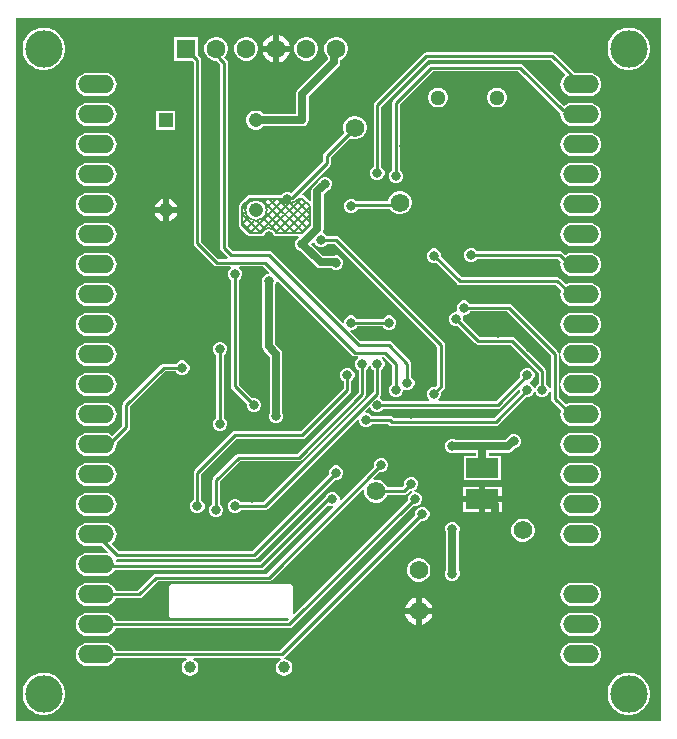
<source format=gbl>
G04*
G04 #@! TF.GenerationSoftware,Altium Limited,Altium Designer,23.2.1 (34)*
G04*
G04 Layer_Physical_Order=2*
G04 Layer_Color=16711680*
%FSLAX25Y25*%
%MOIN*%
G70*
G04*
G04 #@! TF.SameCoordinates,B2F2E879-4ADF-417A-83DA-379EB80E5566*
G04*
G04*
G04 #@! TF.FilePolarity,Positive*
G04*
G01*
G75*
%ADD16C,0.00800*%
%ADD17C,0.01000*%
%ADD41R,0.11040X0.06506*%
%ADD57C,0.06181*%
%ADD67C,0.02500*%
%ADD69C,0.03937*%
%ADD70C,0.05039*%
%ADD71O,0.12000X0.06000*%
%ADD72R,0.04756X0.04756*%
%ADD73C,0.04756*%
%ADD74C,0.06299*%
%ADD75R,0.06299X0.06299*%
%ADD76C,0.12500*%
%ADD77C,0.03150*%
G36*
X215732Y803D02*
X803D01*
Y235417D01*
X215732D01*
Y803D01*
D02*
G37*
%LPC*%
G36*
X88500Y229546D02*
Y226000D01*
X92046D01*
X91833Y226795D01*
X91221Y227855D01*
X90355Y228721D01*
X89295Y229333D01*
X88500Y229546D01*
D02*
G37*
G36*
X86500D02*
X85705Y229333D01*
X84645Y228721D01*
X83779Y227855D01*
X83167Y226795D01*
X82954Y226000D01*
X86500D01*
Y229546D01*
D02*
G37*
G36*
X98018Y228937D02*
X96982D01*
X95980Y228669D01*
X95083Y228150D01*
X94350Y227417D01*
X93831Y226520D01*
X93563Y225518D01*
Y224482D01*
X93831Y223480D01*
X94350Y222583D01*
X95083Y221850D01*
X95980Y221331D01*
X96982Y221063D01*
X98018D01*
X99020Y221331D01*
X99917Y221850D01*
X100650Y222583D01*
X101169Y223480D01*
X101437Y224482D01*
Y225518D01*
X101169Y226520D01*
X100650Y227417D01*
X99917Y228150D01*
X99020Y228669D01*
X98018Y228937D01*
D02*
G37*
G36*
X78018D02*
X76982D01*
X75980Y228669D01*
X75083Y228150D01*
X74350Y227417D01*
X73831Y226520D01*
X73563Y225518D01*
Y224482D01*
X73831Y223480D01*
X74350Y222583D01*
X75083Y221850D01*
X75980Y221331D01*
X76982Y221063D01*
X78018D01*
X79020Y221331D01*
X79917Y221850D01*
X80650Y222583D01*
X81169Y223480D01*
X81437Y224482D01*
Y225518D01*
X81169Y226520D01*
X80650Y227417D01*
X79917Y228150D01*
X79020Y228669D01*
X78018Y228937D01*
D02*
G37*
G36*
X92046Y224000D02*
X88500D01*
Y220454D01*
X89295Y220667D01*
X90355Y221279D01*
X91221Y222145D01*
X91833Y223205D01*
X92046Y224000D01*
D02*
G37*
G36*
X86500D02*
X82954D01*
X83167Y223205D01*
X83779Y222145D01*
X84645Y221279D01*
X85705Y220667D01*
X86500Y220454D01*
Y224000D01*
D02*
G37*
G36*
X205616Y232053D02*
X204384D01*
X204307Y232037D01*
X204228D01*
X203020Y231797D01*
X202947Y231767D01*
X202870Y231751D01*
X201732Y231280D01*
X201666Y231237D01*
X201593Y231206D01*
X200570Y230522D01*
X200514Y230466D01*
X200448Y230422D01*
X199578Y229552D01*
X199534Y229486D01*
X199478Y229430D01*
X198794Y228407D01*
X198764Y228333D01*
X198720Y228268D01*
X198249Y227130D01*
X198233Y227053D01*
X198203Y226980D01*
X197963Y225772D01*
Y225693D01*
X197947Y225616D01*
Y224384D01*
X197963Y224307D01*
Y224228D01*
X198203Y223020D01*
X198233Y222947D01*
X198249Y222870D01*
X198720Y221732D01*
X198764Y221667D01*
X198794Y221593D01*
X199478Y220570D01*
X199534Y220514D01*
X199578Y220448D01*
X200448Y219578D01*
X200514Y219534D01*
X200570Y219478D01*
X201593Y218794D01*
X201666Y218763D01*
X201732Y218720D01*
X202870Y218249D01*
X202947Y218233D01*
X203020Y218203D01*
X204228Y217963D01*
X204307D01*
X204384Y217947D01*
X205616D01*
X205693Y217963D01*
X205772D01*
X206980Y218203D01*
X207053Y218233D01*
X207130Y218249D01*
X208268Y218720D01*
X208333Y218763D01*
X208406Y218794D01*
X209430Y219478D01*
X209486Y219534D01*
X209552Y219578D01*
X210422Y220448D01*
X210466Y220514D01*
X210522Y220570D01*
X211206Y221593D01*
X211237Y221667D01*
X211280Y221732D01*
X211752Y222870D01*
X211767Y222947D01*
X211797Y223020D01*
X212037Y224228D01*
Y224307D01*
X212053Y224384D01*
Y225616D01*
X212037Y225693D01*
Y225772D01*
X211797Y226980D01*
X211767Y227053D01*
X211752Y227130D01*
X211280Y228268D01*
X211237Y228333D01*
X211206Y228407D01*
X210522Y229430D01*
X210466Y229486D01*
X210422Y229552D01*
X209552Y230422D01*
X209486Y230466D01*
X209430Y230522D01*
X208406Y231206D01*
X208333Y231237D01*
X208268Y231280D01*
X207130Y231751D01*
X207053Y231767D01*
X206980Y231797D01*
X205772Y232037D01*
X205693D01*
X205616Y232053D01*
D02*
G37*
G36*
X10616D02*
X9384D01*
X9307Y232037D01*
X9228D01*
X8020Y231797D01*
X7947Y231767D01*
X7870Y231751D01*
X6732Y231280D01*
X6667Y231237D01*
X6594Y231206D01*
X5570Y230522D01*
X5514Y230466D01*
X5448Y230422D01*
X4578Y229552D01*
X4534Y229486D01*
X4478Y229430D01*
X3794Y228407D01*
X3763Y228333D01*
X3720Y228268D01*
X3249Y227130D01*
X3233Y227053D01*
X3203Y226980D01*
X2963Y225772D01*
Y225693D01*
X2947Y225616D01*
X2947Y225000D01*
Y224384D01*
X2963Y224307D01*
Y224228D01*
X3203Y223020D01*
X3233Y222947D01*
X3249Y222870D01*
X3720Y221732D01*
X3763Y221667D01*
X3794Y221593D01*
X4478Y220570D01*
X4534Y220514D01*
X4578Y220448D01*
X5448Y219578D01*
X5514Y219534D01*
X5570Y219478D01*
X6594Y218794D01*
X6667Y218763D01*
X6732Y218720D01*
X7870Y218249D01*
X7947Y218233D01*
X8020Y218203D01*
X9228Y217963D01*
X9307D01*
X9384Y217947D01*
X10616D01*
X10693Y217963D01*
X10772D01*
X11980Y218203D01*
X12053Y218233D01*
X12130Y218249D01*
X13268Y218720D01*
X13333Y218763D01*
X13407Y218794D01*
X14430Y219478D01*
X14486Y219534D01*
X14552Y219578D01*
X15422Y220448D01*
X15466Y220514D01*
X15522Y220570D01*
X16206Y221593D01*
X16236Y221667D01*
X16280Y221732D01*
X16751Y222870D01*
X16767Y222947D01*
X16797Y223020D01*
X17037Y224228D01*
Y224307D01*
X17053Y224384D01*
Y225616D01*
X17037Y225693D01*
Y225772D01*
X16797Y226980D01*
X16767Y227053D01*
X16751Y227130D01*
X16280Y228268D01*
X16237Y228333D01*
X16206Y228407D01*
X15522Y229430D01*
X15466Y229486D01*
X15422Y229552D01*
X14552Y230422D01*
X14486Y230466D01*
X14430Y230522D01*
X13407Y231206D01*
X13333Y231237D01*
X13268Y231280D01*
X12130Y231751D01*
X12053Y231767D01*
X11980Y231797D01*
X10772Y232037D01*
X10693D01*
X10616Y232053D01*
D02*
G37*
G36*
X179586Y223813D02*
X137500D01*
X136998Y223713D01*
X136572Y223428D01*
X120322Y207178D01*
X120037Y206752D01*
X119937Y206250D01*
Y185763D01*
X119912Y185753D01*
X119247Y185088D01*
X118888Y184220D01*
Y183280D01*
X119247Y182412D01*
X119912Y181747D01*
X120780Y181388D01*
X121720D01*
X122588Y181747D01*
X123253Y182412D01*
X123612Y183280D01*
Y184220D01*
X123253Y185088D01*
X122588Y185753D01*
X122563Y185763D01*
Y205706D01*
X138044Y221187D01*
X179042D01*
X183654Y216576D01*
X183621Y216077D01*
X183275Y215811D01*
X182668Y215020D01*
X182286Y214099D01*
X182156Y213110D01*
X182286Y212121D01*
X182668Y211200D01*
X183275Y210409D01*
X184066Y209802D01*
X184987Y209420D01*
X185976Y209290D01*
X191976D01*
X192965Y209420D01*
X193886Y209802D01*
X194677Y210409D01*
X195284Y211200D01*
X195666Y212121D01*
X195796Y213110D01*
X195666Y214099D01*
X195284Y215020D01*
X194677Y215811D01*
X193886Y216418D01*
X192965Y216800D01*
X191976Y216930D01*
X187012D01*
X180514Y223428D01*
X180088Y223713D01*
X179586Y223813D01*
D02*
G37*
G36*
X30559Y216930D02*
X24559D01*
X23570Y216800D01*
X22649Y216418D01*
X21858Y215811D01*
X21251Y215020D01*
X20869Y214099D01*
X20739Y213110D01*
X20869Y212121D01*
X21251Y211200D01*
X21858Y210409D01*
X22649Y209802D01*
X23570Y209420D01*
X24559Y209290D01*
X30559D01*
X31548Y209420D01*
X32469Y209802D01*
X33260Y210409D01*
X33867Y211200D01*
X34249Y212121D01*
X34379Y213110D01*
X34249Y214099D01*
X33867Y215020D01*
X33260Y215811D01*
X32469Y216418D01*
X31548Y216800D01*
X30559Y216930D01*
D02*
G37*
G36*
X161528Y212057D02*
X160657D01*
X159816Y211832D01*
X159062Y211396D01*
X158446Y210781D01*
X158011Y210027D01*
X157785Y209185D01*
Y208315D01*
X158011Y207473D01*
X158446Y206719D01*
X159062Y206104D01*
X159816Y205668D01*
X160657Y205443D01*
X161528D01*
X162369Y205668D01*
X163123Y206104D01*
X163739Y206719D01*
X164174Y207473D01*
X164400Y208315D01*
Y209185D01*
X164174Y210027D01*
X163739Y210781D01*
X163123Y211396D01*
X162369Y211832D01*
X161528Y212057D01*
D02*
G37*
G36*
X141843D02*
X140972D01*
X140131Y211832D01*
X139377Y211396D01*
X138761Y210781D01*
X138326Y210027D01*
X138100Y209185D01*
Y208315D01*
X138326Y207473D01*
X138761Y206719D01*
X139377Y206104D01*
X140131Y205668D01*
X140972Y205443D01*
X141843D01*
X142684Y205668D01*
X143438Y206104D01*
X144054Y206719D01*
X144489Y207473D01*
X144715Y208315D01*
Y209185D01*
X144489Y210027D01*
X144054Y210781D01*
X143438Y211396D01*
X142684Y211832D01*
X141843Y212057D01*
D02*
G37*
G36*
X108018Y228937D02*
X106982D01*
X105980Y228669D01*
X105083Y228150D01*
X104350Y227417D01*
X103831Y226520D01*
X103563Y225518D01*
Y224482D01*
X103831Y223480D01*
X104350Y222583D01*
X104696Y222236D01*
Y221384D01*
X94781Y211469D01*
X94331Y210795D01*
X94173Y210000D01*
Y203327D01*
X83147D01*
X82691Y203783D01*
X81969Y204200D01*
X81164Y204415D01*
X80331D01*
X79526Y204200D01*
X78804Y203783D01*
X78215Y203194D01*
X77798Y202472D01*
X77582Y201667D01*
Y200833D01*
X77798Y200028D01*
X78215Y199306D01*
X78804Y198717D01*
X79526Y198300D01*
X80331Y198085D01*
X81164D01*
X81969Y198300D01*
X82691Y198717D01*
X83147Y199173D01*
X96250D01*
X97045Y199331D01*
X97719Y199781D01*
X98169Y200455D01*
X98327Y201250D01*
Y209139D01*
X108242Y219054D01*
X108242Y219054D01*
X108692Y219728D01*
X108850Y220523D01*
Y221286D01*
X109020Y221331D01*
X109917Y221850D01*
X110650Y222583D01*
X111169Y223480D01*
X111437Y224482D01*
Y225518D01*
X111169Y226520D01*
X110650Y227417D01*
X109917Y228150D01*
X109020Y228669D01*
X108018Y228937D01*
D02*
G37*
G36*
X168750Y220063D02*
X139190D01*
X138687Y219963D01*
X138262Y219678D01*
X126572Y207988D01*
X126287Y207563D01*
X126187Y207060D01*
Y184513D01*
X126162Y184503D01*
X125497Y183838D01*
X125138Y182970D01*
Y182030D01*
X125497Y181162D01*
X126162Y180497D01*
X127030Y180138D01*
X127970D01*
X128838Y180497D01*
X129503Y181162D01*
X129862Y182030D01*
Y182970D01*
X129503Y183838D01*
X128838Y184503D01*
X128813Y184513D01*
Y206517D01*
X139733Y217437D01*
X168206D01*
X182073Y203571D01*
X182205Y203483D01*
X182156Y203110D01*
X182286Y202121D01*
X182668Y201200D01*
X183275Y200409D01*
X184066Y199802D01*
X184987Y199420D01*
X185976Y199290D01*
X191976D01*
X192965Y199420D01*
X193886Y199802D01*
X194677Y200409D01*
X195284Y201200D01*
X195666Y202121D01*
X195796Y203110D01*
X195666Y204099D01*
X195284Y205020D01*
X194677Y205811D01*
X193886Y206418D01*
X192965Y206800D01*
X191976Y206930D01*
X185976D01*
X184987Y206800D01*
X184066Y206418D01*
X183428Y205929D01*
X169678Y219678D01*
X169252Y219963D01*
X168750Y220063D01*
D02*
G37*
G36*
X30559Y206930D02*
X24559D01*
X23570Y206800D01*
X22649Y206418D01*
X21858Y205811D01*
X21251Y205020D01*
X20869Y204099D01*
X20739Y203110D01*
X20869Y202121D01*
X21251Y201200D01*
X21858Y200409D01*
X22649Y199802D01*
X23570Y199420D01*
X24559Y199290D01*
X30559D01*
X31548Y199420D01*
X32469Y199802D01*
X33260Y200409D01*
X33867Y201200D01*
X34249Y202121D01*
X34379Y203110D01*
X34249Y204099D01*
X33867Y205020D01*
X33260Y205811D01*
X32469Y206418D01*
X31548Y206800D01*
X30559Y206930D01*
D02*
G37*
G36*
X53913Y204415D02*
X47582D01*
Y198085D01*
X53913D01*
Y204415D01*
D02*
G37*
G36*
X191976Y196930D02*
X185976D01*
X184987Y196800D01*
X184066Y196418D01*
X183275Y195811D01*
X182668Y195020D01*
X182286Y194099D01*
X182156Y193110D01*
X182286Y192121D01*
X182668Y191200D01*
X183275Y190409D01*
X184066Y189802D01*
X184987Y189420D01*
X185976Y189290D01*
X191976D01*
X192965Y189420D01*
X193886Y189802D01*
X194677Y190409D01*
X195284Y191200D01*
X195666Y192121D01*
X195796Y193110D01*
X195666Y194099D01*
X195284Y195020D01*
X194677Y195811D01*
X193886Y196418D01*
X192965Y196800D01*
X191976Y196930D01*
D02*
G37*
G36*
X30559D02*
X24559D01*
X23570Y196800D01*
X22649Y196418D01*
X21858Y195811D01*
X21251Y195020D01*
X20869Y194099D01*
X20739Y193110D01*
X20869Y192121D01*
X21251Y191200D01*
X21858Y190409D01*
X22649Y189802D01*
X23570Y189420D01*
X24559Y189290D01*
X30559D01*
X31548Y189420D01*
X32469Y189802D01*
X33260Y190409D01*
X33867Y191200D01*
X34249Y192121D01*
X34379Y193110D01*
X34249Y194099D01*
X33867Y195020D01*
X33260Y195811D01*
X32469Y196418D01*
X31548Y196800D01*
X30559Y196930D01*
D02*
G37*
G36*
X191976Y186930D02*
X185976D01*
X184987Y186800D01*
X184066Y186418D01*
X183275Y185811D01*
X182668Y185020D01*
X182286Y184099D01*
X182156Y183110D01*
X182286Y182121D01*
X182668Y181200D01*
X183275Y180409D01*
X184066Y179802D01*
X184987Y179420D01*
X185976Y179290D01*
X191976D01*
X192965Y179420D01*
X193886Y179802D01*
X194677Y180409D01*
X195284Y181200D01*
X195666Y182121D01*
X195796Y183110D01*
X195666Y184099D01*
X195284Y185020D01*
X194677Y185811D01*
X193886Y186418D01*
X192965Y186800D01*
X191976Y186930D01*
D02*
G37*
G36*
X30559D02*
X24559D01*
X23570Y186800D01*
X22649Y186418D01*
X21858Y185811D01*
X21251Y185020D01*
X20869Y184099D01*
X20739Y183110D01*
X20869Y182121D01*
X21251Y181200D01*
X21858Y180409D01*
X22649Y179802D01*
X23570Y179420D01*
X24559Y179290D01*
X30559D01*
X31548Y179420D01*
X32469Y179802D01*
X33260Y180409D01*
X33867Y181200D01*
X34249Y182121D01*
X34379Y183110D01*
X34249Y184099D01*
X33867Y185020D01*
X33260Y185811D01*
X32469Y186418D01*
X31548Y186800D01*
X30559Y186930D01*
D02*
G37*
G36*
X129261Y177628D02*
X128240D01*
X127253Y177364D01*
X126369Y176853D01*
X125647Y176131D01*
X125136Y175247D01*
X124872Y174260D01*
Y174224D01*
X114117D01*
X113838Y174503D01*
X112970Y174862D01*
X112030D01*
X111162Y174503D01*
X110497Y173838D01*
X110138Y172970D01*
Y172030D01*
X110497Y171162D01*
X111162Y170497D01*
X112030Y170138D01*
X112970D01*
X113838Y170497D01*
X114503Y171162D01*
X114683Y171599D01*
X125514D01*
X125647Y171369D01*
X126369Y170647D01*
X127253Y170136D01*
X128240Y169872D01*
X129261D01*
X130247Y170136D01*
X131131Y170647D01*
X131853Y171369D01*
X132364Y172253D01*
X132628Y173240D01*
Y174260D01*
X132364Y175247D01*
X131853Y176131D01*
X131131Y176853D01*
X130247Y177364D01*
X129261Y177628D01*
D02*
G37*
G36*
X51747Y174997D02*
Y172250D01*
X54494D01*
X54361Y172747D01*
X53851Y173631D01*
X53128Y174353D01*
X52244Y174864D01*
X51747Y174997D01*
D02*
G37*
G36*
X49747D02*
X49251Y174864D01*
X48366Y174353D01*
X47644Y173631D01*
X47134Y172747D01*
X47001Y172250D01*
X49747D01*
Y174997D01*
D02*
G37*
G36*
X191976Y176930D02*
X185976D01*
X184987Y176800D01*
X184066Y176418D01*
X183275Y175811D01*
X182668Y175020D01*
X182286Y174099D01*
X182156Y173110D01*
X182286Y172121D01*
X182668Y171200D01*
X183275Y170409D01*
X184066Y169802D01*
X184987Y169420D01*
X185976Y169290D01*
X191976D01*
X192965Y169420D01*
X193886Y169802D01*
X194677Y170409D01*
X195284Y171200D01*
X195666Y172121D01*
X195796Y173110D01*
X195666Y174099D01*
X195284Y175020D01*
X194677Y175811D01*
X193886Y176418D01*
X192965Y176800D01*
X191976Y176930D01*
D02*
G37*
G36*
X30559D02*
X24559D01*
X23570Y176800D01*
X22649Y176418D01*
X21858Y175811D01*
X21251Y175020D01*
X20869Y174099D01*
X20739Y173110D01*
X20869Y172121D01*
X21251Y171200D01*
X21858Y170409D01*
X22649Y169802D01*
X23570Y169420D01*
X24559Y169290D01*
X30559D01*
X31548Y169420D01*
X32469Y169802D01*
X33260Y170409D01*
X33867Y171200D01*
X34249Y172121D01*
X34379Y173110D01*
X34249Y174099D01*
X33867Y175020D01*
X33260Y175811D01*
X32469Y176418D01*
X31548Y176800D01*
X30559Y176930D01*
D02*
G37*
G36*
X54494Y170250D02*
X51747D01*
Y167503D01*
X52244Y167636D01*
X53128Y168147D01*
X53851Y168869D01*
X54361Y169753D01*
X54494Y170250D01*
D02*
G37*
G36*
X49747D02*
X47001D01*
X47134Y169753D01*
X47644Y168869D01*
X48366Y168147D01*
X49251Y167636D01*
X49747Y167503D01*
Y170250D01*
D02*
G37*
G36*
X191976Y166930D02*
X185976D01*
X184987Y166800D01*
X184066Y166418D01*
X183275Y165811D01*
X182668Y165020D01*
X182286Y164099D01*
X182156Y163110D01*
X182286Y162121D01*
X182668Y161200D01*
X183275Y160409D01*
X184066Y159802D01*
X184987Y159420D01*
X185976Y159290D01*
X191976D01*
X192965Y159420D01*
X193886Y159802D01*
X194677Y160409D01*
X195284Y161200D01*
X195666Y162121D01*
X195796Y163110D01*
X195666Y164099D01*
X195284Y165020D01*
X194677Y165811D01*
X193886Y166418D01*
X192965Y166800D01*
X191976Y166930D01*
D02*
G37*
G36*
X30559D02*
X24559D01*
X23570Y166800D01*
X22649Y166418D01*
X21858Y165811D01*
X21251Y165020D01*
X20869Y164099D01*
X20739Y163110D01*
X20869Y162121D01*
X21251Y161200D01*
X21858Y160409D01*
X22649Y159802D01*
X23570Y159420D01*
X24559Y159290D01*
X30559D01*
X31548Y159420D01*
X32469Y159802D01*
X33260Y160409D01*
X33867Y161200D01*
X34249Y162121D01*
X34379Y163110D01*
X34249Y164099D01*
X33867Y165020D01*
X33260Y165811D01*
X32469Y166418D01*
X31548Y166800D01*
X30559Y166930D01*
D02*
G37*
G36*
X68018Y228937D02*
X66982D01*
X65980Y228669D01*
X65083Y228150D01*
X64350Y227417D01*
X63831Y226520D01*
X63563Y225518D01*
Y224482D01*
X63831Y223480D01*
X64350Y222583D01*
X65083Y221850D01*
X65980Y221331D01*
X66982Y221063D01*
X67595D01*
X68798Y219860D01*
Y158639D01*
X68898Y158137D01*
X69183Y157711D01*
X71331Y155563D01*
X71124Y155063D01*
X68152D01*
X62563Y160652D01*
Y221250D01*
X62463Y221752D01*
X62178Y222178D01*
X61437Y222919D01*
Y228937D01*
X53563D01*
Y221063D01*
X59581D01*
X59937Y220706D01*
Y160109D01*
X60037Y159606D01*
X60322Y159180D01*
X66681Y152822D01*
X67106Y152537D01*
X67609Y152437D01*
X72193D01*
X72290Y152245D01*
X72347Y151937D01*
X71747Y151338D01*
X71388Y150470D01*
Y149530D01*
X71747Y148662D01*
X72412Y147997D01*
X72437Y147987D01*
Y112500D01*
X72537Y111998D01*
X72822Y111572D01*
X77648Y106745D01*
X77638Y106720D01*
Y105780D01*
X77997Y104912D01*
X78662Y104247D01*
X79530Y103888D01*
X80470D01*
X81338Y104247D01*
X82003Y104912D01*
X82362Y105780D01*
Y106720D01*
X82003Y107588D01*
X81338Y108253D01*
X80470Y108612D01*
X79530D01*
X79505Y108602D01*
X75063Y113044D01*
Y147987D01*
X75088Y147997D01*
X75753Y148662D01*
X76112Y149530D01*
Y150470D01*
X75753Y151338D01*
X75153Y151937D01*
X75210Y152245D01*
X75307Y152437D01*
X83172D01*
X85248Y150362D01*
X85040Y149862D01*
X84530D01*
X83662Y149503D01*
X82997Y148838D01*
X82638Y147970D01*
Y147030D01*
X82923Y146342D01*
Y125794D01*
X83081Y124999D01*
X83531Y124325D01*
X85423Y122434D01*
Y103658D01*
X85138Y102970D01*
Y102030D01*
X85497Y101162D01*
X86162Y100497D01*
X87030Y100138D01*
X87970D01*
X88838Y100497D01*
X89503Y101162D01*
X89862Y102030D01*
Y102970D01*
X89577Y103658D01*
Y123294D01*
X89419Y124089D01*
X88969Y124763D01*
X88969Y124763D01*
X87077Y126655D01*
Y146342D01*
X87362Y147030D01*
Y147540D01*
X87862Y147748D01*
X112788Y122822D01*
X113214Y122537D01*
X113716Y122437D01*
X114693D01*
X114790Y122245D01*
X114847Y121937D01*
X114247Y121338D01*
X113888Y120470D01*
Y119530D01*
X114247Y118662D01*
X114912Y117997D01*
X114937Y117987D01*
Y110544D01*
X94456Y90063D01*
X75000D01*
X74498Y89963D01*
X74072Y89678D01*
X66572Y82178D01*
X66287Y81752D01*
X66187Y81250D01*
Y73263D01*
X66162Y73253D01*
X65497Y72588D01*
X65138Y71720D01*
Y70780D01*
X65497Y69912D01*
X66162Y69247D01*
X67030Y68888D01*
X67970D01*
X68838Y69247D01*
X69503Y69912D01*
X69862Y70780D01*
Y71720D01*
X69503Y72588D01*
X68838Y73253D01*
X68813Y73263D01*
Y80706D01*
X75544Y87437D01*
X95000D01*
X95502Y87537D01*
X95928Y87822D01*
X117178Y109072D01*
X117463Y109498D01*
X117563Y110000D01*
Y117987D01*
X117588Y117997D01*
X118253Y118662D01*
X118479Y119210D01*
X119021D01*
X119247Y118662D01*
X119912Y117997D01*
X119937Y117987D01*
Y110544D01*
X83206Y73813D01*
X75763D01*
X75753Y73838D01*
X75088Y74503D01*
X74220Y74862D01*
X73280D01*
X72412Y74503D01*
X71747Y73838D01*
X71388Y72970D01*
Y72030D01*
X71747Y71162D01*
X72412Y70497D01*
X73280Y70138D01*
X74220D01*
X75088Y70497D01*
X75753Y71162D01*
X75763Y71187D01*
X83750D01*
X84252Y71287D01*
X84678Y71572D01*
X114638Y101532D01*
X115138Y101324D01*
Y100780D01*
X115497Y99912D01*
X116162Y99247D01*
X117030Y98888D01*
X117970D01*
X118838Y99247D01*
X119503Y99912D01*
X119513Y99937D01*
X124891D01*
X125131Y99697D01*
X125557Y99413D01*
X126059Y99313D01*
X160626D01*
X161128Y99413D01*
X161554Y99697D01*
X170755Y108898D01*
X170780Y108888D01*
X171720D01*
X172588Y109247D01*
X173253Y109912D01*
X173479Y110459D01*
X174021D01*
X174247Y109912D01*
X174912Y109247D01*
X175780Y108888D01*
X176720D01*
X177588Y109247D01*
X178253Y109912D01*
X178512Y110539D01*
X179012Y110439D01*
Y108425D01*
X179112Y107923D01*
X179397Y107497D01*
X182435Y104458D01*
X182286Y104099D01*
X182156Y103110D01*
X182286Y102121D01*
X182668Y101200D01*
X183275Y100409D01*
X184066Y99802D01*
X184987Y99420D01*
X185976Y99290D01*
X191976D01*
X192965Y99420D01*
X193886Y99802D01*
X194677Y100409D01*
X195284Y101200D01*
X195666Y102121D01*
X195796Y103110D01*
X195666Y104099D01*
X195284Y105020D01*
X194677Y105811D01*
X193886Y106418D01*
X192965Y106800D01*
X191976Y106930D01*
X185976D01*
X184987Y106800D01*
X184152Y106454D01*
X181637Y108969D01*
Y123425D01*
X181537Y123927D01*
X181253Y124353D01*
X165928Y139678D01*
X165502Y139963D01*
X165000Y140063D01*
X152013D01*
X152003Y140088D01*
X151338Y140753D01*
X150470Y141112D01*
X149530D01*
X148662Y140753D01*
X147997Y140088D01*
X147638Y139220D01*
Y138280D01*
X147811Y137861D01*
X147477Y137361D01*
X147024D01*
X146156Y137001D01*
X145492Y136337D01*
X145132Y135468D01*
Y134529D01*
X145492Y133660D01*
X146156Y132996D01*
X147024Y132636D01*
X147964D01*
X147995Y132649D01*
X153850Y126793D01*
X154276Y126509D01*
X154779Y126409D01*
X165485D01*
X174937Y116956D01*
Y113263D01*
X174912Y113253D01*
X174247Y112588D01*
X174021Y112040D01*
X173479D01*
X173253Y112588D01*
X172588Y113253D01*
X172040Y113479D01*
Y114021D01*
X172588Y114247D01*
X173253Y114912D01*
X173612Y115780D01*
Y116720D01*
X173253Y117588D01*
X172588Y118253D01*
X171720Y118612D01*
X170780D01*
X169912Y118253D01*
X169247Y117588D01*
X168888Y116720D01*
Y115780D01*
X168898Y115755D01*
X160761Y107617D01*
X141627D01*
X141458Y108117D01*
X142003Y108662D01*
X142362Y109530D01*
Y110470D01*
X142352Y110495D01*
X143428Y111572D01*
X143713Y111998D01*
X143813Y112500D01*
Y126250D01*
X143713Y126752D01*
X143428Y127178D01*
X108428Y162178D01*
X108002Y162463D01*
X107500Y162563D01*
X104513D01*
X104503Y162588D01*
X103838Y163253D01*
X103287Y163481D01*
X103082Y164074D01*
X103169Y164205D01*
X103327Y165000D01*
X103327Y165000D01*
Y176639D01*
X104400Y177713D01*
X105088Y177997D01*
X105753Y178662D01*
X106112Y179530D01*
Y180470D01*
X105753Y181338D01*
X105088Y182003D01*
X104220Y182362D01*
X103280D01*
X102412Y182003D01*
X101747Y181338D01*
X101462Y180650D01*
X99781Y178969D01*
X99331Y178295D01*
X99173Y177500D01*
Y174443D01*
X98711Y174251D01*
X97106Y175856D01*
X96713Y176119D01*
X96250Y176211D01*
X96250Y176211D01*
X96165D01*
X95958Y176711D01*
X105341Y186093D01*
X105625Y186519D01*
X105725Y187021D01*
Y188869D01*
X112088Y195232D01*
X112253Y195136D01*
X113240Y194872D01*
X114260D01*
X115247Y195136D01*
X116131Y195647D01*
X116853Y196369D01*
X117364Y197253D01*
X117628Y198240D01*
Y199260D01*
X117364Y200247D01*
X116853Y201131D01*
X116131Y201853D01*
X115247Y202364D01*
X114260Y202628D01*
X113240D01*
X112253Y202364D01*
X111369Y201853D01*
X110647Y201131D01*
X110136Y200247D01*
X109872Y199260D01*
Y198240D01*
X110136Y197253D01*
X110232Y197088D01*
X103484Y190341D01*
X103200Y189915D01*
X103100Y189413D01*
Y187565D01*
X92552Y177017D01*
X91720Y177362D01*
X90780D01*
X89912Y177003D01*
X89247Y176338D01*
X89195Y176211D01*
X88044D01*
X88044Y176211D01*
X88044Y176211D01*
X87319D01*
X87319Y176211D01*
X87319Y176211D01*
X85215D01*
X85215Y176211D01*
X85215Y176211D01*
X84490D01*
X84490Y176211D01*
X84490Y176211D01*
X82387D01*
X82387Y176211D01*
X82387Y176211D01*
X81662D01*
X81662Y176211D01*
X81662Y176211D01*
X79558D01*
X79558Y176211D01*
X79558Y176211D01*
X78834D01*
X78834Y176211D01*
X78833Y176211D01*
X78750D01*
X78287Y176119D01*
X77894Y175856D01*
X77894Y175856D01*
X75394Y173356D01*
X75131Y172963D01*
X75039Y172500D01*
X75039Y172500D01*
Y172417D01*
X75039Y172416D01*
X75039Y172416D01*
Y169823D01*
X75039Y169823D01*
X75039Y169823D01*
Y169588D01*
X75039Y169588D01*
X75039Y169588D01*
Y166995D01*
X75039Y166995D01*
X75039Y166995D01*
Y166760D01*
X75039Y166760D01*
X75039Y166760D01*
Y166250D01*
X75039Y166250D01*
X75131Y165787D01*
X75394Y165394D01*
X77894Y162894D01*
X77894Y162894D01*
X78287Y162631D01*
X78750Y162539D01*
X78897D01*
X78897Y162539D01*
X78897Y162539D01*
X79495D01*
X79495Y162539D01*
X79495Y162539D01*
X81726D01*
X81726Y162539D01*
X81726Y162539D01*
X82537D01*
X83000Y162631D01*
X83393Y162894D01*
X83603Y163209D01*
X83631Y163195D01*
X83901Y163599D01*
X84405Y163936D01*
X85000Y164055D01*
X85595Y163936D01*
X86099Y163599D01*
X86370Y163195D01*
X86397Y163209D01*
X86607Y162894D01*
X87000Y162631D01*
X87463Y162539D01*
X87980D01*
X87980Y162539D01*
X87980Y162539D01*
X90211D01*
X90211Y162539D01*
X90211Y162539D01*
X93039Y162539D01*
X93039Y162539D01*
X93039Y162539D01*
X93637D01*
X93637Y162539D01*
X93637Y162539D01*
X94901D01*
X95001Y162039D01*
X94912Y162003D01*
X94247Y161338D01*
X93888Y160470D01*
Y159530D01*
X94247Y158662D01*
X94912Y157997D01*
X95600Y157713D01*
X100907Y152405D01*
X101581Y151955D01*
X102376Y151797D01*
X106112D01*
X106162Y151747D01*
X107030Y151388D01*
X107970D01*
X108838Y151747D01*
X109503Y152412D01*
X109862Y153280D01*
Y154220D01*
X109503Y155088D01*
X108838Y155753D01*
X107970Y156112D01*
X107030D01*
X106642Y155952D01*
X103236D01*
X99188Y160000D01*
X99705Y160518D01*
X100295Y160400D01*
X100497Y159912D01*
X101162Y159247D01*
X102030Y158888D01*
X102970D01*
X103838Y159247D01*
X104503Y159912D01*
X104513Y159937D01*
X106956D01*
X141187Y125706D01*
Y113044D01*
X140495Y112352D01*
X140470Y112362D01*
X139530D01*
X138662Y112003D01*
X137997Y111338D01*
X137638Y110470D01*
Y109530D01*
X137997Y108662D01*
X138542Y108117D01*
X138373Y107617D01*
X123209D01*
X123198Y107642D01*
X122534Y108307D01*
X122157Y108463D01*
X122060Y108953D01*
X122178Y109072D01*
X122463Y109498D01*
X122563Y110000D01*
Y117987D01*
X122588Y117997D01*
X123253Y118662D01*
X123612Y119530D01*
Y120470D01*
X123253Y121338D01*
X122743Y121848D01*
X122886Y122341D01*
X123265Y122378D01*
X126187Y119456D01*
Y113263D01*
X126162Y113253D01*
X125497Y112588D01*
X125138Y111720D01*
Y110780D01*
X125497Y109912D01*
X126162Y109247D01*
X127030Y108888D01*
X127970D01*
X128838Y109247D01*
X129503Y109912D01*
X129862Y110780D01*
Y111152D01*
X130362Y111486D01*
X130780Y111313D01*
X131720D01*
X132588Y111673D01*
X133253Y112337D01*
X133612Y113205D01*
Y114145D01*
X133253Y115013D01*
X132588Y115678D01*
X132563Y115688D01*
Y120000D01*
X132463Y120502D01*
X132178Y120928D01*
X125928Y127178D01*
X125502Y127463D01*
X125000Y127563D01*
X115544D01*
X112218Y130888D01*
X112426Y131388D01*
X112970D01*
X113838Y131747D01*
X114503Y132412D01*
X114513Y132437D01*
X122987D01*
X122997Y132412D01*
X123662Y131747D01*
X124530Y131388D01*
X125470D01*
X126338Y131747D01*
X127003Y132412D01*
X127362Y133280D01*
Y134220D01*
X127003Y135088D01*
X126338Y135753D01*
X125470Y136112D01*
X124530D01*
X123662Y135753D01*
X122997Y135088D01*
X122987Y135063D01*
X114513D01*
X114503Y135088D01*
X113838Y135753D01*
X112970Y136112D01*
X112030D01*
X111162Y135753D01*
X110497Y135088D01*
X110138Y134220D01*
Y133676D01*
X109638Y133468D01*
X85928Y157178D01*
X85502Y157463D01*
X85000Y157563D01*
X73044D01*
X71424Y159183D01*
Y220404D01*
X71324Y220906D01*
X71039Y221332D01*
X70219Y222152D01*
X70650Y222583D01*
X71169Y223480D01*
X71437Y224482D01*
Y225518D01*
X71169Y226520D01*
X70650Y227417D01*
X69917Y228150D01*
X69020Y228669D01*
X68018Y228937D01*
D02*
G37*
G36*
X152970Y158612D02*
X152030D01*
X151162Y158253D01*
X150497Y157588D01*
X150138Y156720D01*
Y155780D01*
X150497Y154912D01*
X151162Y154247D01*
X152030Y153888D01*
X152970D01*
X153838Y154247D01*
X154503Y154912D01*
X154513Y154937D01*
X181386D01*
X182279Y154044D01*
X182156Y153110D01*
X182286Y152121D01*
X182668Y151200D01*
X183275Y150409D01*
X184066Y149802D01*
X184987Y149420D01*
X185976Y149290D01*
X191976D01*
X192965Y149420D01*
X193886Y149802D01*
X194677Y150409D01*
X195284Y151200D01*
X195666Y152121D01*
X195796Y153110D01*
X195666Y154099D01*
X195284Y155020D01*
X194677Y155811D01*
X193886Y156418D01*
X192965Y156800D01*
X191976Y156930D01*
X185976D01*
X184987Y156800D01*
X184066Y156418D01*
X183812Y156224D01*
X182858Y157178D01*
X182432Y157463D01*
X181929Y157563D01*
X154513D01*
X154503Y157588D01*
X153838Y158253D01*
X152970Y158612D01*
D02*
G37*
G36*
X30559Y156930D02*
X24559D01*
X23570Y156800D01*
X22649Y156418D01*
X21858Y155811D01*
X21251Y155020D01*
X20869Y154099D01*
X20739Y153110D01*
X20869Y152121D01*
X21251Y151200D01*
X21858Y150409D01*
X22649Y149802D01*
X23570Y149420D01*
X24559Y149290D01*
X30559D01*
X31548Y149420D01*
X32469Y149802D01*
X33260Y150409D01*
X33867Y151200D01*
X34249Y152121D01*
X34379Y153110D01*
X34249Y154099D01*
X33867Y155020D01*
X33260Y155811D01*
X32469Y156418D01*
X31548Y156800D01*
X30559Y156930D01*
D02*
G37*
G36*
X140470Y158445D02*
X139530D01*
X138662Y158085D01*
X137997Y157421D01*
X137638Y156552D01*
Y155613D01*
X137997Y154744D01*
X138662Y154080D01*
X139530Y153720D01*
X140470D01*
X140614Y153780D01*
X147822Y146572D01*
X148248Y146287D01*
X148750Y146187D01*
X180706D01*
X182435Y144458D01*
X182286Y144099D01*
X182156Y143110D01*
X182286Y142121D01*
X182668Y141200D01*
X183275Y140409D01*
X184066Y139802D01*
X184987Y139420D01*
X185976Y139290D01*
X191976D01*
X192965Y139420D01*
X193886Y139802D01*
X194677Y140409D01*
X195284Y141200D01*
X195666Y142121D01*
X195796Y143110D01*
X195666Y144099D01*
X195284Y145020D01*
X194677Y145811D01*
X193886Y146418D01*
X192965Y146800D01*
X191976Y146930D01*
X185976D01*
X184987Y146800D01*
X184152Y146454D01*
X182178Y148428D01*
X181752Y148713D01*
X181250Y148813D01*
X149294D01*
X142362Y155744D01*
Y156552D01*
X142003Y157421D01*
X141338Y158085D01*
X140470Y158445D01*
D02*
G37*
G36*
X30559Y146930D02*
X24559D01*
X23570Y146800D01*
X22649Y146418D01*
X21858Y145811D01*
X21251Y145020D01*
X20869Y144099D01*
X20739Y143110D01*
X20869Y142121D01*
X21251Y141200D01*
X21858Y140409D01*
X22649Y139802D01*
X23570Y139420D01*
X24559Y139290D01*
X30559D01*
X31548Y139420D01*
X32469Y139802D01*
X33260Y140409D01*
X33867Y141200D01*
X34249Y142121D01*
X34379Y143110D01*
X34249Y144099D01*
X33867Y145020D01*
X33260Y145811D01*
X32469Y146418D01*
X31548Y146800D01*
X30559Y146930D01*
D02*
G37*
G36*
X191976Y136930D02*
X185976D01*
X184987Y136800D01*
X184066Y136418D01*
X183275Y135811D01*
X182668Y135020D01*
X182286Y134099D01*
X182156Y133110D01*
X182286Y132121D01*
X182668Y131200D01*
X183275Y130409D01*
X184066Y129802D01*
X184987Y129420D01*
X185976Y129290D01*
X191976D01*
X192965Y129420D01*
X193886Y129802D01*
X194677Y130409D01*
X195284Y131200D01*
X195666Y132121D01*
X195796Y133110D01*
X195666Y134099D01*
X195284Y135020D01*
X194677Y135811D01*
X193886Y136418D01*
X192965Y136800D01*
X191976Y136930D01*
D02*
G37*
G36*
X30559D02*
X24559D01*
X23570Y136800D01*
X22649Y136418D01*
X21858Y135811D01*
X21251Y135020D01*
X20869Y134099D01*
X20739Y133110D01*
X20869Y132121D01*
X21251Y131200D01*
X21858Y130409D01*
X22649Y129802D01*
X23570Y129420D01*
X24559Y129290D01*
X30559D01*
X31548Y129420D01*
X32469Y129802D01*
X33260Y130409D01*
X33867Y131200D01*
X34249Y132121D01*
X34379Y133110D01*
X34249Y134099D01*
X33867Y135020D01*
X33260Y135811D01*
X32469Y136418D01*
X31548Y136800D01*
X30559Y136930D01*
D02*
G37*
G36*
X191976Y126930D02*
X185976D01*
X184987Y126800D01*
X184066Y126418D01*
X183275Y125811D01*
X182668Y125020D01*
X182286Y124099D01*
X182156Y123110D01*
X182286Y122121D01*
X182668Y121200D01*
X183275Y120409D01*
X184066Y119802D01*
X184987Y119420D01*
X185976Y119290D01*
X191976D01*
X192965Y119420D01*
X193886Y119802D01*
X194677Y120409D01*
X195284Y121200D01*
X195666Y122121D01*
X195796Y123110D01*
X195666Y124099D01*
X195284Y125020D01*
X194677Y125811D01*
X193886Y126418D01*
X192965Y126800D01*
X191976Y126930D01*
D02*
G37*
G36*
X30559D02*
X24559D01*
X23570Y126800D01*
X22649Y126418D01*
X21858Y125811D01*
X21251Y125020D01*
X20869Y124099D01*
X20739Y123110D01*
X20869Y122121D01*
X21251Y121200D01*
X21858Y120409D01*
X22649Y119802D01*
X23570Y119420D01*
X24559Y119290D01*
X30559D01*
X31548Y119420D01*
X32469Y119802D01*
X33260Y120409D01*
X33867Y121200D01*
X34249Y122121D01*
X34379Y123110D01*
X34249Y124099D01*
X33867Y125020D01*
X33260Y125811D01*
X32469Y126418D01*
X31548Y126800D01*
X30559Y126930D01*
D02*
G37*
G36*
X56720Y121112D02*
X55780D01*
X54912Y120753D01*
X54247Y120088D01*
X54237Y120063D01*
X50000D01*
X49498Y119963D01*
X49072Y119678D01*
X36572Y107178D01*
X36287Y106752D01*
X36187Y106250D01*
Y99402D01*
X32884Y96100D01*
X32469Y96418D01*
X31548Y96800D01*
X30559Y96930D01*
X24559D01*
X23570Y96800D01*
X22649Y96418D01*
X21858Y95811D01*
X21251Y95020D01*
X20869Y94099D01*
X20739Y93110D01*
X20869Y92121D01*
X21251Y91200D01*
X21858Y90409D01*
X22649Y89802D01*
X23570Y89420D01*
X24559Y89290D01*
X30559D01*
X31548Y89420D01*
X32469Y89802D01*
X33260Y90409D01*
X33867Y91200D01*
X34249Y92121D01*
X34379Y93110D01*
X34289Y93792D01*
X38428Y97931D01*
X38713Y98356D01*
X38813Y98859D01*
Y105706D01*
X50544Y117437D01*
X54237D01*
X54247Y117412D01*
X54912Y116747D01*
X55780Y116388D01*
X56720D01*
X57588Y116747D01*
X58253Y117412D01*
X58612Y118280D01*
Y119220D01*
X58253Y120088D01*
X57588Y120753D01*
X56720Y121112D01*
D02*
G37*
G36*
X191976Y116930D02*
X185976D01*
X184987Y116800D01*
X184066Y116418D01*
X183275Y115811D01*
X182668Y115020D01*
X182286Y114099D01*
X182156Y113110D01*
X182286Y112121D01*
X182668Y111200D01*
X183275Y110409D01*
X184066Y109802D01*
X184987Y109420D01*
X185976Y109290D01*
X191976D01*
X192965Y109420D01*
X193886Y109802D01*
X194677Y110409D01*
X195284Y111200D01*
X195666Y112121D01*
X195796Y113110D01*
X195666Y114099D01*
X195284Y115020D01*
X194677Y115811D01*
X193886Y116418D01*
X192965Y116800D01*
X191976Y116930D01*
D02*
G37*
G36*
X30559D02*
X24559D01*
X23570Y116800D01*
X22649Y116418D01*
X21858Y115811D01*
X21251Y115020D01*
X20869Y114099D01*
X20739Y113110D01*
X20869Y112121D01*
X21251Y111200D01*
X21858Y110409D01*
X22649Y109802D01*
X23570Y109420D01*
X24559Y109290D01*
X30559D01*
X31548Y109420D01*
X32469Y109802D01*
X33260Y110409D01*
X33867Y111200D01*
X34249Y112121D01*
X34379Y113110D01*
X34249Y114099D01*
X33867Y115020D01*
X33260Y115811D01*
X32469Y116418D01*
X31548Y116800D01*
X30559Y116930D01*
D02*
G37*
G36*
Y106930D02*
X24559D01*
X23570Y106800D01*
X22649Y106418D01*
X21858Y105811D01*
X21251Y105020D01*
X20869Y104099D01*
X20739Y103110D01*
X20869Y102121D01*
X21251Y101200D01*
X21858Y100409D01*
X22649Y99802D01*
X23570Y99420D01*
X24559Y99290D01*
X30559D01*
X31548Y99420D01*
X32469Y99802D01*
X33260Y100409D01*
X33867Y101200D01*
X34249Y102121D01*
X34379Y103110D01*
X34249Y104099D01*
X33867Y105020D01*
X33260Y105811D01*
X32469Y106418D01*
X31548Y106800D01*
X30559Y106930D01*
D02*
G37*
G36*
X69220Y127362D02*
X68280D01*
X67412Y127003D01*
X66747Y126338D01*
X66388Y125470D01*
Y124530D01*
X66747Y123662D01*
X67412Y122997D01*
X67437Y122987D01*
Y102013D01*
X67412Y102003D01*
X66747Y101338D01*
X66388Y100470D01*
Y99530D01*
X66747Y98662D01*
X67412Y97997D01*
X68280Y97638D01*
X69220D01*
X70088Y97997D01*
X70753Y98662D01*
X71112Y99530D01*
Y100470D01*
X70753Y101338D01*
X70088Y102003D01*
X70063Y102013D01*
Y122987D01*
X70088Y122997D01*
X70753Y123662D01*
X71112Y124530D01*
Y125470D01*
X70753Y126338D01*
X70088Y127003D01*
X69220Y127362D01*
D02*
G37*
G36*
X167152Y96544D02*
X166212D01*
X165344Y96185D01*
X164680Y95520D01*
X164519Y95132D01*
X163964Y94577D01*
X147408D01*
X146720Y94862D01*
X145780D01*
X144912Y94503D01*
X144247Y93838D01*
X143888Y92970D01*
Y92030D01*
X144247Y91162D01*
X144912Y90497D01*
X145780Y90138D01*
X146720D01*
X147408Y90423D01*
X154173D01*
Y89258D01*
X149943D01*
Y81177D01*
X162557D01*
Y89258D01*
X158327D01*
Y90423D01*
X164824D01*
X165619Y90581D01*
X166293Y91031D01*
X167082Y91820D01*
X167152D01*
X168020Y92180D01*
X168685Y92844D01*
X169044Y93712D01*
Y94652D01*
X168685Y95520D01*
X168020Y96185D01*
X167152Y96544D01*
D02*
G37*
G36*
X191976Y96930D02*
X185976D01*
X184987Y96800D01*
X184066Y96418D01*
X183275Y95811D01*
X182668Y95020D01*
X182286Y94099D01*
X182156Y93110D01*
X182286Y92121D01*
X182668Y91200D01*
X183275Y90409D01*
X184066Y89802D01*
X184987Y89420D01*
X185976Y89290D01*
X191976D01*
X192965Y89420D01*
X193886Y89802D01*
X194677Y90409D01*
X195284Y91200D01*
X195666Y92121D01*
X195796Y93110D01*
X195666Y94099D01*
X195284Y95020D01*
X194677Y95811D01*
X193886Y96418D01*
X192965Y96800D01*
X191976Y96930D01*
D02*
G37*
G36*
X122970Y88612D02*
X122030D01*
X121162Y88253D01*
X120497Y87588D01*
X120138Y86720D01*
Y85780D01*
X120148Y85755D01*
X109112Y74718D01*
X108612Y74926D01*
Y75470D01*
X108253Y76338D01*
X107588Y77003D01*
X106720Y77362D01*
X105780D01*
X104912Y77003D01*
X104247Y76338D01*
X104002Y75745D01*
X103661Y75517D01*
X81956Y53813D01*
X34287D01*
X34249Y54099D01*
X34085Y54494D01*
X34419Y54937D01*
X80000D01*
X80502Y55037D01*
X80928Y55322D01*
X107005Y81398D01*
X107030Y81388D01*
X107970D01*
X108838Y81747D01*
X109503Y82412D01*
X109862Y83280D01*
Y84220D01*
X109503Y85088D01*
X108838Y85753D01*
X107970Y86112D01*
X107030D01*
X106162Y85753D01*
X105497Y85088D01*
X105138Y84220D01*
Y83280D01*
X105148Y83255D01*
X79456Y57563D01*
X34963D01*
X32881Y59644D01*
X32914Y60143D01*
X33260Y60409D01*
X33867Y61200D01*
X34249Y62121D01*
X34379Y63110D01*
X34249Y64099D01*
X33867Y65020D01*
X33260Y65811D01*
X32469Y66418D01*
X31548Y66800D01*
X30559Y66930D01*
X24559D01*
X23570Y66800D01*
X22649Y66418D01*
X21858Y65811D01*
X21251Y65020D01*
X20869Y64099D01*
X20739Y63110D01*
X20869Y62121D01*
X21251Y61200D01*
X21858Y60409D01*
X22649Y59802D01*
X23570Y59420D01*
X24559Y59290D01*
X29523D01*
X31503Y57310D01*
X31269Y56837D01*
X30559Y56930D01*
X24559D01*
X23570Y56800D01*
X22649Y56418D01*
X21858Y55811D01*
X21251Y55020D01*
X20869Y54099D01*
X20739Y53110D01*
X20869Y52121D01*
X21251Y51200D01*
X21858Y50409D01*
X22649Y49802D01*
X23570Y49420D01*
X24559Y49290D01*
X30559D01*
X31548Y49420D01*
X32469Y49802D01*
X33260Y50409D01*
X33858Y51187D01*
X82500D01*
X83002Y51287D01*
X83428Y51572D01*
X104883Y73027D01*
X104912Y72997D01*
X105780Y72638D01*
X106324D01*
X106532Y72138D01*
X84456Y50063D01*
X47500D01*
X46998Y49963D01*
X46572Y49678D01*
X41316Y44423D01*
X34115D01*
X33867Y45020D01*
X33260Y45811D01*
X32469Y46418D01*
X31548Y46800D01*
X30559Y46930D01*
X24559D01*
X23570Y46800D01*
X22649Y46418D01*
X21858Y45811D01*
X21251Y45020D01*
X20869Y44099D01*
X20739Y43110D01*
X20869Y42121D01*
X21251Y41200D01*
X21858Y40409D01*
X22649Y39802D01*
X23570Y39420D01*
X24559Y39290D01*
X30559D01*
X31548Y39420D01*
X32469Y39802D01*
X33260Y40409D01*
X33867Y41200D01*
X34115Y41797D01*
X41860D01*
X42362Y41897D01*
X42788Y42182D01*
X48044Y47437D01*
X85000D01*
X85502Y47537D01*
X85928Y47822D01*
X116478Y78371D01*
X116926Y78113D01*
X116899Y78010D01*
Y76990D01*
X117163Y76003D01*
X117674Y75119D01*
X118395Y74397D01*
X119280Y73886D01*
X120266Y73622D01*
X121287D01*
X122273Y73886D01*
X123158Y74397D01*
X123880Y75119D01*
X124390Y76003D01*
X124440Y76187D01*
X130000D01*
X130502Y76287D01*
X130928Y76572D01*
X132005Y77648D01*
X132030Y77638D01*
X132639D01*
X132738Y77138D01*
X132412Y77003D01*
X131747Y76338D01*
X131388Y75470D01*
Y74530D01*
X131398Y74505D01*
X93513Y36619D01*
X93013Y36827D01*
Y45677D01*
X92933Y46082D01*
X92703Y46425D01*
X92360Y46654D01*
X91956Y46735D01*
X52755D01*
X52351Y46654D01*
X52008Y46425D01*
X51778Y46082D01*
X51698Y45677D01*
Y36377D01*
X51778Y35972D01*
X52008Y35629D01*
X52351Y35400D01*
X52755Y35319D01*
X91506D01*
X91713Y34819D01*
X91316Y34423D01*
X34115D01*
X33867Y35020D01*
X33260Y35811D01*
X32469Y36418D01*
X31548Y36800D01*
X30559Y36930D01*
X24559D01*
X23570Y36800D01*
X22649Y36418D01*
X21858Y35811D01*
X21251Y35020D01*
X20869Y34099D01*
X20739Y33110D01*
X20869Y32121D01*
X21251Y31200D01*
X21858Y30409D01*
X22649Y29802D01*
X23570Y29420D01*
X24559Y29290D01*
X30559D01*
X31548Y29420D01*
X32469Y29802D01*
X33260Y30409D01*
X33867Y31200D01*
X34115Y31797D01*
X91860D01*
X92362Y31897D01*
X92788Y32182D01*
X133255Y72648D01*
X133280Y72638D01*
X134220D01*
X135088Y72997D01*
X135753Y73662D01*
X136112Y74530D01*
Y75470D01*
X135753Y76338D01*
X135088Y77003D01*
X134220Y77362D01*
X133611D01*
X133512Y77862D01*
X133838Y77997D01*
X134503Y78662D01*
X134862Y79530D01*
Y80470D01*
X134503Y81338D01*
X133838Y82003D01*
X132970Y82362D01*
X132030D01*
X131162Y82003D01*
X130497Y81338D01*
X130138Y80470D01*
Y79530D01*
X130148Y79505D01*
X129456Y78813D01*
X124440D01*
X124390Y78997D01*
X123880Y79881D01*
X123158Y80603D01*
X122273Y81114D01*
X121287Y81378D01*
X120266D01*
X120164Y81351D01*
X119905Y81799D01*
X122005Y83898D01*
X122030Y83888D01*
X122970D01*
X123838Y84247D01*
X124503Y84912D01*
X124862Y85780D01*
Y86720D01*
X124503Y87588D01*
X123838Y88253D01*
X122970Y88612D01*
D02*
G37*
G36*
X191976Y86930D02*
X185976D01*
X184987Y86800D01*
X184066Y86418D01*
X183275Y85811D01*
X182668Y85020D01*
X182286Y84099D01*
X182156Y83110D01*
X182286Y82121D01*
X182668Y81200D01*
X183275Y80409D01*
X184066Y79802D01*
X184987Y79420D01*
X185976Y79290D01*
X191976D01*
X192965Y79420D01*
X193886Y79802D01*
X194677Y80409D01*
X195284Y81200D01*
X195666Y82121D01*
X195796Y83110D01*
X195666Y84099D01*
X195284Y85020D01*
X194677Y85811D01*
X193886Y86418D01*
X192965Y86800D01*
X191976Y86930D01*
D02*
G37*
G36*
X30559D02*
X24559D01*
X23570Y86800D01*
X22649Y86418D01*
X21858Y85811D01*
X21251Y85020D01*
X20869Y84099D01*
X20739Y83110D01*
X20869Y82121D01*
X21251Y81200D01*
X21858Y80409D01*
X22649Y79802D01*
X23570Y79420D01*
X24559Y79290D01*
X30559D01*
X31548Y79420D01*
X32469Y79802D01*
X33260Y80409D01*
X33867Y81200D01*
X34249Y82121D01*
X34379Y83110D01*
X34249Y84099D01*
X33867Y85020D01*
X33260Y85811D01*
X32469Y86418D01*
X31548Y86800D01*
X30559Y86930D01*
D02*
G37*
G36*
X162770Y79036D02*
X157250D01*
Y75783D01*
X162770D01*
Y79036D01*
D02*
G37*
G36*
X155250D02*
X149730D01*
Y75783D01*
X155250D01*
Y79036D01*
D02*
G37*
G36*
X162770Y73782D02*
X157250D01*
Y70529D01*
X162770D01*
Y73782D01*
D02*
G37*
G36*
X155250D02*
X149730D01*
Y70529D01*
X155250D01*
Y73782D01*
D02*
G37*
G36*
X111720Y118612D02*
X110780D01*
X109912Y118253D01*
X109247Y117588D01*
X108888Y116720D01*
Y115780D01*
X109247Y114912D01*
X109912Y114247D01*
X109937Y114237D01*
Y111794D01*
X95706Y97563D01*
X73750D01*
X73248Y97463D01*
X72822Y97178D01*
X60322Y84678D01*
X60037Y84252D01*
X59937Y83750D01*
Y74513D01*
X59912Y74503D01*
X59247Y73838D01*
X58888Y72970D01*
Y72030D01*
X59247Y71162D01*
X59912Y70497D01*
X60780Y70138D01*
X61720D01*
X62588Y70497D01*
X63253Y71162D01*
X63612Y72030D01*
Y72970D01*
X63253Y73838D01*
X62588Y74503D01*
X62563Y74513D01*
Y83206D01*
X74294Y94937D01*
X96250D01*
X96752Y95037D01*
X97178Y95322D01*
X112178Y110322D01*
X112463Y110748D01*
X112563Y111250D01*
Y114237D01*
X112588Y114247D01*
X113253Y114912D01*
X113612Y115780D01*
Y116720D01*
X113253Y117588D01*
X112588Y118253D01*
X111720Y118612D01*
D02*
G37*
G36*
X191976Y76930D02*
X185976D01*
X184987Y76800D01*
X184066Y76418D01*
X183275Y75811D01*
X182668Y75020D01*
X182286Y74099D01*
X182156Y73110D01*
X182286Y72121D01*
X182668Y71200D01*
X183275Y70409D01*
X184066Y69802D01*
X184987Y69420D01*
X185976Y69290D01*
X191976D01*
X192965Y69420D01*
X193886Y69802D01*
X194677Y70409D01*
X195284Y71200D01*
X195666Y72121D01*
X195796Y73110D01*
X195666Y74099D01*
X195284Y75020D01*
X194677Y75811D01*
X193886Y76418D01*
X192965Y76800D01*
X191976Y76930D01*
D02*
G37*
G36*
X30559D02*
X24559D01*
X23570Y76800D01*
X22649Y76418D01*
X21858Y75811D01*
X21251Y75020D01*
X20869Y74099D01*
X20739Y73110D01*
X20869Y72121D01*
X21251Y71200D01*
X21858Y70409D01*
X22649Y69802D01*
X23570Y69420D01*
X24559Y69290D01*
X30559D01*
X31548Y69420D01*
X32469Y69802D01*
X33260Y70409D01*
X33867Y71200D01*
X34249Y72121D01*
X34379Y73110D01*
X34249Y74099D01*
X33867Y75020D01*
X33260Y75811D01*
X32469Y76418D01*
X31548Y76800D01*
X30559Y76930D01*
D02*
G37*
G36*
X136720Y72362D02*
X135780D01*
X134912Y72003D01*
X134247Y71338D01*
X133888Y70470D01*
Y69530D01*
X133898Y69505D01*
X88816Y24423D01*
X34115D01*
X33867Y25020D01*
X33260Y25811D01*
X32469Y26418D01*
X31548Y26800D01*
X30559Y26930D01*
X24559D01*
X23570Y26800D01*
X22649Y26418D01*
X21858Y25811D01*
X21251Y25020D01*
X20869Y24099D01*
X20739Y23110D01*
X20869Y22121D01*
X21251Y21200D01*
X21858Y20409D01*
X22649Y19802D01*
X23570Y19420D01*
X24559Y19290D01*
X30559D01*
X31548Y19420D01*
X32469Y19802D01*
X33260Y20409D01*
X33867Y21200D01*
X34115Y21797D01*
X57522D01*
X57595Y21602D01*
X57609Y21297D01*
X57063Y20982D01*
X56550Y20469D01*
X56187Y19841D01*
X56000Y19140D01*
Y18414D01*
X56187Y17713D01*
X56550Y17085D01*
X57063Y16572D01*
X57692Y16209D01*
X58393Y16021D01*
X59118D01*
X59819Y16209D01*
X60448Y16572D01*
X60961Y17085D01*
X61324Y17713D01*
X61511Y18414D01*
Y19140D01*
X61324Y19841D01*
X60961Y20469D01*
X60448Y20982D01*
X59902Y21297D01*
X59916Y21602D01*
X59989Y21797D01*
X88922D01*
X88995Y21602D01*
X89009Y21297D01*
X88463Y20982D01*
X87950Y20469D01*
X87587Y19841D01*
X87400Y19140D01*
Y18414D01*
X87587Y17713D01*
X87950Y17085D01*
X88463Y16572D01*
X89092Y16209D01*
X89793Y16021D01*
X90518D01*
X91219Y16209D01*
X91848Y16572D01*
X92361Y17085D01*
X92724Y17713D01*
X92911Y18414D01*
Y19140D01*
X92724Y19841D01*
X92361Y20469D01*
X91848Y20982D01*
X91219Y21345D01*
X90518Y21533D01*
X90217D01*
X90065Y22033D01*
X90288Y22182D01*
X135755Y67648D01*
X135780Y67638D01*
X136720D01*
X137588Y67997D01*
X138253Y68662D01*
X138612Y69530D01*
Y70470D01*
X138253Y71338D01*
X137588Y72003D01*
X136720Y72362D01*
D02*
G37*
G36*
X170242Y68435D02*
X169221D01*
X168235Y68170D01*
X167350Y67660D01*
X166629Y66938D01*
X166118Y66053D01*
X165854Y65067D01*
Y64046D01*
X166118Y63060D01*
X166629Y62176D01*
X167350Y61453D01*
X168235Y60943D01*
X169221Y60679D01*
X170242D01*
X171228Y60943D01*
X172113Y61453D01*
X172835Y62176D01*
X173345Y63060D01*
X173610Y64046D01*
Y65067D01*
X173345Y66053D01*
X172835Y66938D01*
X172113Y67660D01*
X171228Y68170D01*
X170242Y68435D01*
D02*
G37*
G36*
X191976Y66930D02*
X185976D01*
X184987Y66800D01*
X184066Y66418D01*
X183275Y65811D01*
X182668Y65020D01*
X182286Y64099D01*
X182156Y63110D01*
X182286Y62121D01*
X182668Y61200D01*
X183275Y60409D01*
X184066Y59802D01*
X184987Y59420D01*
X185976Y59290D01*
X191976D01*
X192965Y59420D01*
X193886Y59802D01*
X194677Y60409D01*
X195284Y61200D01*
X195666Y62121D01*
X195796Y63110D01*
X195666Y64099D01*
X195284Y65020D01*
X194677Y65811D01*
X193886Y66418D01*
X192965Y66800D01*
X191976Y66930D01*
D02*
G37*
G36*
X146720Y67362D02*
X145780D01*
X144912Y67003D01*
X144247Y66338D01*
X143888Y65470D01*
Y64530D01*
X144173Y63842D01*
Y51158D01*
X143888Y50470D01*
Y49530D01*
X144247Y48662D01*
X144912Y47997D01*
X145780Y47638D01*
X146720D01*
X147588Y47997D01*
X148253Y48662D01*
X148612Y49530D01*
Y50470D01*
X148327Y51158D01*
Y63842D01*
X148612Y64530D01*
Y65470D01*
X148253Y66338D01*
X147588Y67003D01*
X146720Y67362D01*
D02*
G37*
G36*
X135511Y55128D02*
X134490D01*
X133503Y54864D01*
X132619Y54353D01*
X131897Y53631D01*
X131386Y52747D01*
X131122Y51761D01*
Y50740D01*
X131386Y49753D01*
X131897Y48869D01*
X132619Y48147D01*
X133503Y47636D01*
X134490Y47372D01*
X135511D01*
X136497Y47636D01*
X137381Y48147D01*
X138103Y48869D01*
X138614Y49753D01*
X138878Y50740D01*
Y51761D01*
X138614Y52747D01*
X138103Y53631D01*
X137381Y54353D01*
X136497Y54864D01*
X135511Y55128D01*
D02*
G37*
G36*
X191976Y46930D02*
X185976D01*
X184987Y46800D01*
X184066Y46418D01*
X183275Y45811D01*
X182668Y45020D01*
X182286Y44099D01*
X182156Y43110D01*
X182286Y42121D01*
X182668Y41200D01*
X183275Y40409D01*
X184066Y39802D01*
X184987Y39420D01*
X185976Y39290D01*
X191976D01*
X192965Y39420D01*
X193886Y39802D01*
X194677Y40409D01*
X195284Y41200D01*
X195666Y42121D01*
X195796Y43110D01*
X195666Y44099D01*
X195284Y45020D01*
X194677Y45811D01*
X193886Y46418D01*
X192965Y46800D01*
X191976Y46930D01*
D02*
G37*
G36*
X136000Y41985D02*
Y38500D01*
X139485D01*
X139278Y39272D01*
X138673Y40319D01*
X137819Y41173D01*
X136772Y41778D01*
X136000Y41985D01*
D02*
G37*
G36*
X134000D02*
X133228Y41778D01*
X132181Y41173D01*
X131327Y40319D01*
X130722Y39272D01*
X130516Y38500D01*
X134000D01*
Y41985D01*
D02*
G37*
G36*
X139485Y36500D02*
X136000D01*
Y33015D01*
X136772Y33222D01*
X137819Y33827D01*
X138673Y34681D01*
X139278Y35728D01*
X139485Y36500D01*
D02*
G37*
G36*
X134000D02*
X130516D01*
X130722Y35728D01*
X131327Y34681D01*
X132181Y33827D01*
X133228Y33222D01*
X134000Y33015D01*
Y36500D01*
D02*
G37*
G36*
X191976Y36930D02*
X185976D01*
X184987Y36800D01*
X184066Y36418D01*
X183275Y35811D01*
X182668Y35020D01*
X182286Y34099D01*
X182156Y33110D01*
X182286Y32121D01*
X182668Y31200D01*
X183275Y30409D01*
X184066Y29802D01*
X184987Y29420D01*
X185976Y29290D01*
X191976D01*
X192965Y29420D01*
X193886Y29802D01*
X194677Y30409D01*
X195284Y31200D01*
X195666Y32121D01*
X195796Y33110D01*
X195666Y34099D01*
X195284Y35020D01*
X194677Y35811D01*
X193886Y36418D01*
X192965Y36800D01*
X191976Y36930D01*
D02*
G37*
G36*
Y26930D02*
X185976D01*
X184987Y26800D01*
X184066Y26418D01*
X183275Y25811D01*
X182668Y25020D01*
X182286Y24099D01*
X182156Y23110D01*
X182286Y22121D01*
X182668Y21200D01*
X183275Y20409D01*
X184066Y19802D01*
X184987Y19420D01*
X185976Y19290D01*
X191976D01*
X192965Y19420D01*
X193886Y19802D01*
X194677Y20409D01*
X195284Y21200D01*
X195666Y22121D01*
X195796Y23110D01*
X195666Y24099D01*
X195284Y25020D01*
X194677Y25811D01*
X193886Y26418D01*
X192965Y26800D01*
X191976Y26930D01*
D02*
G37*
G36*
X205616Y17053D02*
X204384D01*
X204307Y17037D01*
X204228D01*
X203020Y16797D01*
X202947Y16767D01*
X202870Y16751D01*
X201732Y16280D01*
X201666Y16237D01*
X201593Y16206D01*
X200570Y15522D01*
X200514Y15466D01*
X200448Y15422D01*
X199578Y14552D01*
X199534Y14486D01*
X199478Y14430D01*
X198794Y13407D01*
X198764Y13333D01*
X198720Y13268D01*
X198249Y12130D01*
X198233Y12053D01*
X198203Y11980D01*
X197963Y10772D01*
Y10693D01*
X197947Y10616D01*
Y9384D01*
X197963Y9307D01*
Y9228D01*
X198203Y8020D01*
X198233Y7947D01*
X198249Y7870D01*
X198720Y6732D01*
X198764Y6667D01*
X198794Y6594D01*
X199478Y5570D01*
X199534Y5514D01*
X199578Y5448D01*
X200448Y4578D01*
X200514Y4534D01*
X200570Y4478D01*
X201593Y3794D01*
X201666Y3763D01*
X201732Y3720D01*
X202870Y3249D01*
X202947Y3233D01*
X203020Y3203D01*
X204228Y2963D01*
X204307D01*
X204384Y2947D01*
X205000Y2947D01*
X205616D01*
X205693Y2963D01*
X205772D01*
X206980Y3203D01*
X207053Y3233D01*
X207130Y3249D01*
X208268Y3720D01*
X208333Y3763D01*
X208406Y3794D01*
X209430Y4478D01*
X209486Y4534D01*
X209552Y4578D01*
X210422Y5448D01*
X210466Y5514D01*
X210522Y5570D01*
X211206Y6594D01*
X211237Y6667D01*
X211280Y6732D01*
X211752Y7870D01*
X211767Y7947D01*
X211797Y8020D01*
X212037Y9228D01*
Y9307D01*
X212053Y9384D01*
Y10616D01*
X212037Y10693D01*
Y10772D01*
X211797Y11980D01*
X211767Y12053D01*
X211752Y12130D01*
X211280Y13268D01*
X211237Y13333D01*
X211206Y13407D01*
X210522Y14430D01*
X210466Y14486D01*
X210422Y14552D01*
X209552Y15422D01*
X209486Y15466D01*
X209430Y15522D01*
X208406Y16206D01*
X208333Y16236D01*
X208268Y16280D01*
X207130Y16751D01*
X207053Y16767D01*
X206980Y16797D01*
X205772Y17037D01*
X205693D01*
X205616Y17053D01*
D02*
G37*
G36*
X10616D02*
X9384D01*
X9307Y17037D01*
X9228D01*
X8020Y16797D01*
X7947Y16767D01*
X7870Y16751D01*
X6732Y16280D01*
X6667Y16237D01*
X6594Y16206D01*
X5570Y15522D01*
X5514Y15466D01*
X5448Y15422D01*
X4578Y14552D01*
X4534Y14486D01*
X4478Y14430D01*
X3794Y13407D01*
X3763Y13333D01*
X3720Y13268D01*
X3249Y12130D01*
X3233Y12053D01*
X3203Y11980D01*
X2963Y10772D01*
Y10693D01*
X2947Y10616D01*
X2947Y10000D01*
Y9384D01*
X2963Y9307D01*
Y9228D01*
X3203Y8020D01*
X3233Y7947D01*
X3249Y7870D01*
X3720Y6732D01*
X3763Y6667D01*
X3794Y6594D01*
X4478Y5570D01*
X4534Y5514D01*
X4578Y5448D01*
X5448Y4578D01*
X5514Y4534D01*
X5570Y4478D01*
X6594Y3794D01*
X6667Y3763D01*
X6732Y3720D01*
X7870Y3249D01*
X7947Y3233D01*
X8020Y3203D01*
X9228Y2963D01*
X9307D01*
X9384Y2947D01*
X10000Y2947D01*
X10616D01*
X10693Y2963D01*
X10772D01*
X11980Y3203D01*
X12053Y3233D01*
X12130Y3249D01*
X13268Y3720D01*
X13333Y3763D01*
X13407Y3794D01*
X14430Y4478D01*
X14486Y4534D01*
X14552Y4578D01*
X15422Y5448D01*
X15466Y5514D01*
X15522Y5570D01*
X16206Y6594D01*
X16236Y6667D01*
X16280Y6732D01*
X16751Y7870D01*
X16767Y7947D01*
X16797Y8020D01*
X17037Y9228D01*
Y9307D01*
X17053Y9384D01*
Y10616D01*
X17037Y10693D01*
Y10772D01*
X16797Y11980D01*
X16767Y12053D01*
X16751Y12130D01*
X16280Y13268D01*
X16237Y13333D01*
X16206Y13407D01*
X15522Y14430D01*
X15466Y14486D01*
X15422Y14552D01*
X14552Y15422D01*
X14486Y15466D01*
X14430Y15522D01*
X13407Y16206D01*
X13333Y16236D01*
X13268Y16280D01*
X12130Y16751D01*
X12053Y16767D01*
X11980Y16797D01*
X10772Y17037D01*
X10693D01*
X10616Y17053D01*
D02*
G37*
%LPD*%
G36*
X179012Y122881D02*
Y112061D01*
X178512Y111961D01*
X178253Y112588D01*
X177588Y113253D01*
X177563Y113263D01*
Y117500D01*
X177463Y118002D01*
X177178Y118428D01*
X166957Y128650D01*
X166531Y128934D01*
X166029Y129034D01*
X155322D01*
X149848Y134509D01*
X149856Y134529D01*
Y135468D01*
X149683Y135888D01*
X150017Y136388D01*
X150470D01*
X151338Y136747D01*
X152003Y137412D01*
X152013Y137437D01*
X164456D01*
X179012Y122881D01*
D02*
G37*
G36*
X168888Y111324D02*
Y110780D01*
X168898Y110755D01*
X160082Y101938D01*
X126603D01*
X126363Y102178D01*
X125937Y102463D01*
X125435Y102563D01*
X119513D01*
X119503Y102588D01*
X118838Y103253D01*
X117970Y103612D01*
X117426D01*
X117218Y104112D01*
X118547Y105440D01*
X119037Y105343D01*
X119193Y104966D01*
X119858Y104302D01*
X120726Y103942D01*
X121666D01*
X122534Y104302D01*
X123198Y104966D01*
X123209Y104992D01*
X161304D01*
X161807Y105092D01*
X162232Y105376D01*
X168388Y111531D01*
X168888Y111324D01*
D02*
G37*
D16*
X92803Y173724D02*
G03*
X93998Y174220I0J1687D01*
G01*
X92803Y173724D02*
G03*
X93996Y174218I0J1687D01*
G01*
X89563Y175000D02*
G03*
X92354Y173724I1687J0D01*
G01*
X84313Y171250D02*
G03*
X84313Y171250I-3565J0D01*
G01*
X87463Y163750D02*
G03*
X82537Y163750I-2463J-1250D01*
G01*
X96250Y175000D02*
X98750Y172500D01*
X96250Y175000D02*
X98750Y172500D01*
X94778Y175000D02*
X96250D01*
X93998Y174220D02*
X94778Y175000D01*
X94239Y174461D02*
X98750Y169951D01*
X92239Y173633D02*
X98750Y167122D01*
X84248Y171929D02*
X87319Y175000D01*
X84248Y171929D02*
X87319Y175000D01*
X83265Y173775D02*
X84490Y175000D01*
X92354Y173724D02*
X92803D01*
X98750Y166250D02*
Y172500D01*
X90211Y163750D02*
X98750Y172289D01*
X88044Y175000D02*
X97772Y165272D01*
X95868Y163750D02*
X98750Y166632D01*
X96250Y163750D02*
X98750Y166250D01*
X93039Y163750D02*
X98750Y169461D01*
X85912Y165108D02*
X95804Y175000D01*
X87436Y163803D02*
X97441Y173809D01*
X85215Y175000D02*
X96358Y163858D01*
X87463Y163750D02*
X96250Y163750D01*
X87463Y163750D02*
X96250Y163750D01*
X84200Y170359D02*
X90808Y163750D01*
X81414Y174752D02*
X81662Y175000D01*
X79558D02*
X79856Y174702D01*
X76250Y172500D02*
X78750Y175000D01*
X76250Y172416D02*
X78834Y175000D01*
X78750D02*
X89563D01*
X77409Y165091D02*
X80069Y167750D01*
X77740Y173990D02*
X78096Y173634D01*
X76326Y172576D02*
X77210Y171692D01*
X76250Y166250D02*
Y172500D01*
Y169588D02*
X77245Y170583D01*
X76250Y166760D02*
X78223Y168732D01*
X76250Y166250D02*
Y172500D01*
X81726Y163750D02*
X91289Y173313D01*
X82387Y175000D02*
X93637Y163750D01*
X78897Y163750D02*
X89640Y174493D01*
X83131Y168599D02*
X87980Y163750D01*
X81190Y167712D02*
X83878Y165024D01*
X77409Y165091D02*
X80069Y167750D01*
X76250Y166995D02*
X79495Y163750D01*
X76250Y169823D02*
X82323Y163750D01*
X78750D02*
X82537D01*
X78750D02*
X82537D01*
X76250Y166250D02*
X78750Y163750D01*
D17*
X89360Y23110D02*
X136250Y70000D01*
X27559Y23110D02*
X89360D01*
X27559Y33110D02*
X91860D01*
X133750Y75000D01*
X67500Y81250D02*
X75000Y88750D01*
X67500Y71250D02*
Y81250D01*
X37500Y98859D02*
Y106250D01*
X50000Y118750D02*
X56250D01*
X37500Y106250D02*
X50000Y118750D01*
X130000Y77500D02*
X132500Y80000D01*
X120777Y77500D02*
X130000D01*
X121250Y206250D02*
X137500Y222500D01*
X121250Y183806D02*
Y206250D01*
X127500Y207060D02*
X139190Y218750D01*
X127500Y182500D02*
Y207060D01*
X31751Y93110D02*
X37500Y98859D01*
X104413Y187021D02*
Y189413D01*
X92803Y175411D02*
X104413Y187021D01*
X91661Y175411D02*
X92803D01*
X91250Y175000D02*
X91661Y175411D01*
X104413Y189413D02*
X113750Y198750D01*
X112500Y172500D02*
X112911Y172911D01*
X127911D01*
X47500Y48750D02*
X85000D01*
X27559Y43110D02*
X41860D01*
X47500Y48750D01*
X27559Y93110D02*
X31751D01*
X61250Y83750D02*
X73750Y96250D01*
X61250Y72500D02*
Y83750D01*
X83750Y72500D02*
X121250Y110000D01*
X73750Y72500D02*
X83750D01*
X95000Y88750D02*
X116250Y110000D01*
Y120000D01*
X117500Y101250D02*
X125435D01*
X126059Y100626D01*
X160626D01*
X171250Y111250D01*
X75000Y88750D02*
X95000D01*
X121250Y110000D02*
Y120000D01*
X75000Y96250D02*
X96250D01*
X73750D02*
X75000D01*
X96250D02*
X111250Y111250D01*
Y116250D01*
X121196Y106304D02*
X161304D01*
X171250Y116250D01*
X83716Y153750D02*
X113716Y123750D01*
X123750D01*
X127500Y120000D01*
X115000Y126250D02*
X125000D01*
X131175Y113750D02*
X131250Y113675D01*
X85000Y156250D02*
X115000Y126250D01*
X125000D02*
X131250Y120000D01*
X67609Y153750D02*
X83716D01*
X127500Y111250D02*
Y120000D01*
X72500Y156250D02*
X85000D01*
X131250Y113675D02*
Y120000D01*
X112500Y133750D02*
X125000D01*
X85000Y48750D02*
X122500Y86250D01*
X82500Y52500D02*
X104589Y74589D01*
X28169Y52500D02*
X82500D01*
X27559Y53110D02*
X28169Y52500D01*
X27559Y63110D02*
X34419Y56250D01*
X80000D02*
X107500Y83750D01*
X34419Y56250D02*
X80000D01*
X70111Y158639D02*
X72500Y156250D01*
X70111Y158639D02*
Y220404D01*
X68514Y222001D02*
X70111Y220404D01*
X68514Y222001D02*
Y223986D01*
X67500Y225000D02*
X68514Y223986D01*
X61250Y160109D02*
X67609Y153750D01*
X73750Y112500D02*
Y150000D01*
X61250Y160109D02*
Y221250D01*
X73750Y112500D02*
X80000Y106250D01*
X185070Y153110D02*
X188976D01*
X181929Y156250D02*
X185070Y153110D01*
X152500Y156250D02*
X181929D01*
X140168Y156082D02*
X148750Y147500D01*
X181250D01*
X185640Y143110D01*
X150000Y138750D02*
X165000D01*
X180325Y108425D02*
Y123425D01*
X165000Y138750D02*
X180325Y123425D01*
X104589Y74589D02*
X105839D01*
X106250Y75000D01*
X102500Y161250D02*
X107500D01*
X142500Y126250D01*
Y112500D02*
Y126250D01*
X137500Y222500D02*
X179586D01*
X176250Y111250D02*
Y117500D01*
X166029Y127721D02*
X176250Y117500D01*
X154779Y127721D02*
X166029D01*
X185640Y103110D02*
X188976D01*
X180325Y108425D02*
X185640Y103110D01*
X140000Y156082D02*
X140168D01*
X68750Y100000D02*
Y125000D01*
X147501Y134999D02*
X154779Y127721D01*
X147494Y134999D02*
X147501D01*
X140000Y110000D02*
X142500Y112500D01*
X139190Y218750D02*
X168750D01*
X184623Y203110D02*
X188976D01*
X183234Y204499D02*
X184623Y203110D01*
X183001Y204499D02*
X183234D01*
X168750Y218750D02*
X183001Y204499D01*
X179586Y222500D02*
X188976Y213110D01*
X127911Y172911D02*
X128750Y173750D01*
X57500Y225000D02*
X61250Y221250D01*
X185640Y143110D02*
X188976D01*
X185976Y123110D02*
X188976D01*
D41*
X156250Y74783D02*
D03*
Y85217D02*
D03*
D57*
X113750Y198750D02*
D03*
X128750Y173750D02*
D03*
X169732Y64557D02*
D03*
X120777Y77500D02*
D03*
X135000Y51250D02*
D03*
Y37500D02*
D03*
D67*
X101250Y177500D02*
X103750Y180000D01*
X96250Y160000D02*
X101250Y165000D01*
Y177500D01*
X80316Y200818D02*
X80747Y201250D01*
X96250D01*
Y160000D02*
X102376Y153874D01*
X87500Y102500D02*
Y123294D01*
X96250Y210000D02*
X106773Y220523D01*
X96250Y201250D02*
Y210000D01*
X102376Y153874D02*
X107376D01*
X107500Y153750D01*
X170640Y53110D02*
X188976D01*
X160520Y63230D02*
Y72779D01*
Y63230D02*
X170640Y53110D01*
X156250Y74783D02*
X158517D01*
X160520Y72779D01*
X156250Y92500D02*
X164824D01*
X146250D02*
X156250D01*
Y85217D02*
Y92500D01*
X146250Y50000D02*
Y65000D01*
X85000Y125794D02*
X87500Y123294D01*
X164824Y92500D02*
X166506Y94182D01*
X166682D01*
X106773Y224273D02*
X107500Y225000D01*
X106773Y220523D02*
Y224273D01*
X85000Y125794D02*
Y147500D01*
D69*
X90156Y18777D02*
D03*
X58755D02*
D03*
D70*
X161092Y208750D02*
D03*
X141408D02*
D03*
D71*
X188976Y213110D02*
D03*
Y203110D02*
D03*
Y193110D02*
D03*
Y183110D02*
D03*
Y173110D02*
D03*
Y163110D02*
D03*
Y153110D02*
D03*
Y143110D02*
D03*
Y133110D02*
D03*
Y123110D02*
D03*
Y113110D02*
D03*
Y103110D02*
D03*
Y93110D02*
D03*
Y83110D02*
D03*
Y73110D02*
D03*
Y63110D02*
D03*
Y53110D02*
D03*
Y43110D02*
D03*
Y33110D02*
D03*
Y23110D02*
D03*
X27559Y213110D02*
D03*
Y203110D02*
D03*
Y193110D02*
D03*
Y183110D02*
D03*
Y173110D02*
D03*
Y163110D02*
D03*
Y153110D02*
D03*
Y143110D02*
D03*
Y133110D02*
D03*
Y123110D02*
D03*
Y113110D02*
D03*
Y103110D02*
D03*
Y93110D02*
D03*
Y83110D02*
D03*
Y73110D02*
D03*
Y63110D02*
D03*
Y53110D02*
D03*
Y43110D02*
D03*
Y33110D02*
D03*
Y23110D02*
D03*
D72*
X50747Y201250D02*
D03*
D73*
Y171250D02*
D03*
X80747D02*
D03*
Y201250D02*
D03*
D74*
X87500Y225000D02*
D03*
X67500D02*
D03*
X77500D02*
D03*
X97500D02*
D03*
X107500D02*
D03*
D75*
X57500D02*
D03*
D76*
X10000D02*
D03*
X205000D02*
D03*
Y10000D02*
D03*
X10000D02*
D03*
D77*
X136250Y125000D02*
D03*
X119571Y130209D02*
D03*
X100000Y52500D02*
D03*
X133750Y75000D02*
D03*
X142054Y78395D02*
D03*
X136250Y70000D02*
D03*
X116817Y190140D02*
D03*
X38750Y61250D02*
D03*
X61250Y128750D02*
D03*
X115000Y158750D02*
D03*
X65000Y67500D02*
D03*
X67500Y71250D02*
D03*
X132500Y80000D02*
D03*
X121250Y183750D02*
D03*
X130075Y192500D02*
D03*
X127500Y182500D02*
D03*
X79414Y75433D02*
D03*
X83750Y66250D02*
D03*
X57500Y70000D02*
D03*
X56250Y118750D02*
D03*
X41250Y102500D02*
D03*
X54135Y104386D02*
D03*
X210000Y232500D02*
D03*
Y212500D02*
D03*
X200000Y232500D02*
D03*
Y192500D02*
D03*
X205000Y182500D02*
D03*
X200000Y172500D02*
D03*
X205000Y162500D02*
D03*
X200000Y152500D02*
D03*
X205000Y142500D02*
D03*
X200000Y132500D02*
D03*
X205000Y122500D02*
D03*
X200000Y112500D02*
D03*
X205000Y102500D02*
D03*
X200000Y92500D02*
D03*
X205000Y82500D02*
D03*
X200000Y72500D02*
D03*
X205000Y62500D02*
D03*
X200000Y52500D02*
D03*
X205000Y42500D02*
D03*
X200000Y32500D02*
D03*
X190000Y232500D02*
D03*
Y12500D02*
D03*
X180000Y232500D02*
D03*
Y212500D02*
D03*
Y192500D02*
D03*
Y152500D02*
D03*
Y132500D02*
D03*
Y72500D02*
D03*
Y12500D02*
D03*
X170000Y232500D02*
D03*
X175000Y202500D02*
D03*
X170000Y12500D02*
D03*
X160000Y232500D02*
D03*
Y192500D02*
D03*
Y12500D02*
D03*
X150000Y232500D02*
D03*
Y212500D02*
D03*
X155000Y202500D02*
D03*
Y62500D02*
D03*
Y42500D02*
D03*
Y22500D02*
D03*
X150000Y12500D02*
D03*
X140000Y232500D02*
D03*
Y192500D02*
D03*
X145000Y182500D02*
D03*
X140000Y32500D02*
D03*
X145000Y22500D02*
D03*
X140000Y12500D02*
D03*
X130000Y232500D02*
D03*
X135000Y202500D02*
D03*
Y182500D02*
D03*
X130000Y32500D02*
D03*
X135000Y22500D02*
D03*
X130000Y12500D02*
D03*
X120000Y232500D02*
D03*
X125000Y222500D02*
D03*
X120000Y212500D02*
D03*
X125000Y162500D02*
D03*
Y82500D02*
D03*
Y42500D02*
D03*
X120000Y32500D02*
D03*
X125000Y22500D02*
D03*
X120000Y12500D02*
D03*
X110000Y232500D02*
D03*
X115000Y222500D02*
D03*
Y62500D02*
D03*
Y42500D02*
D03*
X110000Y32500D02*
D03*
X115000Y22500D02*
D03*
X100000Y232500D02*
D03*
X105000Y202500D02*
D03*
X100000Y12500D02*
D03*
X90000Y232500D02*
D03*
Y212500D02*
D03*
Y192500D02*
D03*
X95000Y182500D02*
D03*
Y42500D02*
D03*
Y22500D02*
D03*
X90000Y12500D02*
D03*
X80000Y232500D02*
D03*
Y212500D02*
D03*
Y192500D02*
D03*
X85000Y182500D02*
D03*
Y162500D02*
D03*
X80000Y132500D02*
D03*
Y92500D02*
D03*
Y12500D02*
D03*
X70000Y232500D02*
D03*
Y132500D02*
D03*
Y12500D02*
D03*
X60000Y232500D02*
D03*
X65000Y202500D02*
D03*
Y182500D02*
D03*
Y162500D02*
D03*
X60000Y152500D02*
D03*
X65000Y102500D02*
D03*
X60000Y12500D02*
D03*
X50000Y232500D02*
D03*
Y212500D02*
D03*
Y192500D02*
D03*
X55000Y182500D02*
D03*
Y162500D02*
D03*
X50000Y152500D02*
D03*
Y132500D02*
D03*
Y112500D02*
D03*
X40000Y232500D02*
D03*
X45000Y222500D02*
D03*
X40000Y212500D02*
D03*
X45000Y202500D02*
D03*
X40000Y192500D02*
D03*
X45000Y182500D02*
D03*
X40000Y172500D02*
D03*
X45000Y162500D02*
D03*
X40000Y152500D02*
D03*
X45000Y142500D02*
D03*
X40000Y132500D02*
D03*
X45000Y82500D02*
D03*
X40000Y12500D02*
D03*
X30000Y232500D02*
D03*
X35000Y222500D02*
D03*
X30000Y12500D02*
D03*
X20000Y232500D02*
D03*
X25000Y222500D02*
D03*
X20000Y12500D02*
D03*
X10000Y212500D02*
D03*
X15000Y202500D02*
D03*
X10000Y192500D02*
D03*
X15000Y182500D02*
D03*
X10000Y172500D02*
D03*
X15000Y162500D02*
D03*
X10000Y152500D02*
D03*
X15000Y142500D02*
D03*
X10000Y132500D02*
D03*
X15000Y122500D02*
D03*
X10000Y112500D02*
D03*
X15000Y102500D02*
D03*
X10000Y92500D02*
D03*
X15000Y82500D02*
D03*
X10000Y72500D02*
D03*
X15000Y62500D02*
D03*
X10000Y52500D02*
D03*
X15000Y42500D02*
D03*
X10000Y32500D02*
D03*
X15000Y22500D02*
D03*
X103750Y180000D02*
D03*
X112500Y172500D02*
D03*
X91250Y175000D02*
D03*
X61250Y72500D02*
D03*
X73750D02*
D03*
X111250Y116250D02*
D03*
X121196Y106304D02*
D03*
X87500Y102500D02*
D03*
X116250Y120000D02*
D03*
X121250D02*
D03*
X127500Y111250D02*
D03*
X112500Y66250D02*
D03*
X131250Y113675D02*
D03*
X61250Y96250D02*
D03*
X68750Y100000D02*
D03*
X158750Y143750D02*
D03*
X167500D02*
D03*
X171250Y137500D02*
D03*
X172102Y125373D02*
D03*
X73750Y150000D02*
D03*
X152500Y156250D02*
D03*
X102500Y161250D02*
D03*
X96250Y160000D02*
D03*
X106250Y75000D02*
D03*
X107500Y83750D02*
D03*
X145000Y142588D02*
D03*
X171250Y116250D02*
D03*
Y111250D02*
D03*
X176250D02*
D03*
X140000Y156082D02*
D03*
X68750Y125000D02*
D03*
X147494Y134999D02*
D03*
X150000Y138750D02*
D03*
X125000Y133750D02*
D03*
X140000Y110000D02*
D03*
X117500Y101250D02*
D03*
X132346Y103200D02*
D03*
X161469Y130296D02*
D03*
X92500Y48750D02*
D03*
X156108Y66462D02*
D03*
X154730Y109857D02*
D03*
X80000Y106250D02*
D03*
X146250Y65000D02*
D03*
Y50000D02*
D03*
X166682Y94182D02*
D03*
X112500Y133750D02*
D03*
X146250Y92500D02*
D03*
X122500Y86250D02*
D03*
X85000Y147500D02*
D03*
X107500Y153750D02*
D03*
M02*

</source>
